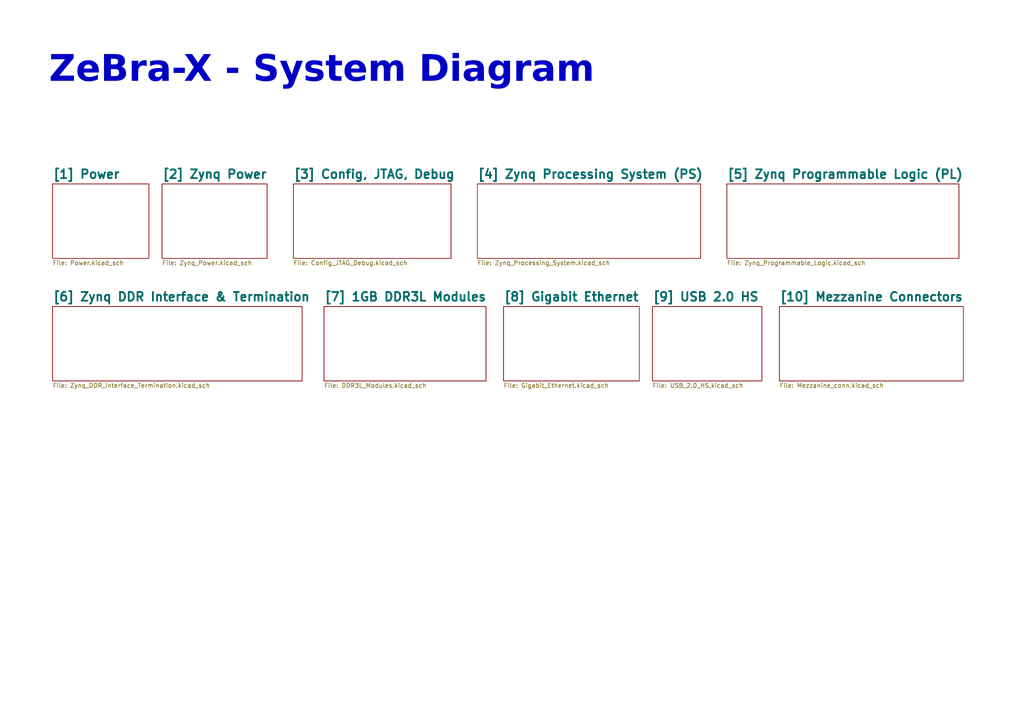
<source format=kicad_sch>
(kicad_sch
	(version 20231120)
	(generator "eeschema")
	(generator_version "8.0")
	(uuid "ec71d28a-654e-4dfb-b412-dd09b7b3e4b8")
	(paper "A4")
	(title_block
		(title "ZeBra-X: A Xilinx Zynq Demo Board")
		(date "2023-12-09")
		(rev "-")
		(company "Designed By: Dylan Gutierrez")
		(comment 1 "Based on Phil's Lab \"ZettBrett\" board")
	)
	(lib_symbols)
	(text "ZeBra-X - System Diagram"
		(exclude_from_sim no)
		(at 14.224 26.924 0)
		(effects
			(font
				(face "Century Gothic")
				(size 7.62 7.62)
				(thickness 1.016)
				(bold yes)
			)
			(justify left bottom)
		)
		(uuid "4678e64f-d20d-4a6b-8378-b8924d85bcbe")
	)
	(sheet
		(at 138.43 53.34)
		(size 64.77 21.59)
		(fields_autoplaced yes)
		(stroke
			(width 0.1524)
			(type solid)
		)
		(fill
			(color 0 0 0 0.0000)
		)
		(uuid "32323bec-ef15-4b6a-8465-a039dd36cc03")
		(property "Sheetname" "[4] Zynq Processing System (PS)"
			(at 138.43 51.9934 0)
			(effects
				(font
					(size 2.54 2.54)
					(bold yes)
				)
				(justify left bottom)
			)
		)
		(property "Sheetfile" "Zynq_Processing_System.kicad_sch"
			(at 138.43 75.5146 0)
			(effects
				(font
					(size 1.27 1.27)
				)
				(justify left top)
			)
		)
		(instances
			(project "ZeBra-X"
				(path "/ec71d28a-654e-4dfb-b412-dd09b7b3e4b8"
					(page "5")
				)
			)
		)
	)
	(sheet
		(at 93.98 88.9)
		(size 46.99 21.59)
		(fields_autoplaced yes)
		(stroke
			(width 0.1524)
			(type solid)
		)
		(fill
			(color 0 0 0 0.0000)
		)
		(uuid "34974a33-4b50-4ae1-a5d4-26f6c9f473e5")
		(property "Sheetname" "[7] 1GB DDR3L Modules"
			(at 93.98 87.5534 0)
			(effects
				(font
					(size 2.54 2.54)
					(bold yes)
				)
				(justify left bottom)
			)
		)
		(property "Sheetfile" "DDR3L_Modules.kicad_sch"
			(at 93.98 111.0746 0)
			(effects
				(font
					(size 1.27 1.27)
				)
				(justify left top)
			)
		)
		(instances
			(project "ZeBra-X"
				(path "/ec71d28a-654e-4dfb-b412-dd09b7b3e4b8"
					(page "8")
				)
			)
		)
	)
	(sheet
		(at 210.82 53.34)
		(size 67.31 21.59)
		(fields_autoplaced yes)
		(stroke
			(width 0.1524)
			(type solid)
		)
		(fill
			(color 0 0 0 0.0000)
		)
		(uuid "369d50d7-e508-4bcb-a2d0-a2c7d0c5b870")
		(property "Sheetname" "[5] Zynq Programmable Logic (PL)"
			(at 210.82 51.9934 0)
			(effects
				(font
					(size 2.54 2.54)
					(bold yes)
				)
				(justify left bottom)
			)
		)
		(property "Sheetfile" "Zynq_Programmable_Logic.kicad_sch"
			(at 210.82 75.5146 0)
			(effects
				(font
					(size 1.27 1.27)
				)
				(justify left top)
			)
		)
		(instances
			(project "ZeBra-X"
				(path "/ec71d28a-654e-4dfb-b412-dd09b7b3e4b8"
					(page "6")
				)
			)
		)
	)
	(sheet
		(at 15.24 88.9)
		(size 72.39 21.59)
		(fields_autoplaced yes)
		(stroke
			(width 0.1524)
			(type solid)
		)
		(fill
			(color 0 0 0 0.0000)
		)
		(uuid "6654cd68-a29c-475c-8e14-c9bab4900934")
		(property "Sheetname" "[6] Zynq DDR Interface & Termination"
			(at 15.24 87.5534 0)
			(effects
				(font
					(size 2.54 2.54)
					(bold yes)
				)
				(justify left bottom)
			)
		)
		(property "Sheetfile" "Zynq_DDR_Interface_Termination.kicad_sch"
			(at 15.24 111.0746 0)
			(effects
				(font
					(size 1.27 1.27)
				)
				(justify left top)
			)
		)
		(instances
			(project "ZeBra-X"
				(path "/ec71d28a-654e-4dfb-b412-dd09b7b3e4b8"
					(page "7")
				)
			)
		)
	)
	(sheet
		(at 146.05 88.9)
		(size 39.37 21.59)
		(fields_autoplaced yes)
		(stroke
			(width 0.1524)
			(type solid)
		)
		(fill
			(color 0 0 0 0.0000)
		)
		(uuid "67bd2cf2-408e-4777-bbb3-948e9afd81fd")
		(property "Sheetname" "[8] Gigabit Ethernet"
			(at 146.05 87.5534 0)
			(effects
				(font
					(size 2.54 2.54)
					(bold yes)
				)
				(justify left bottom)
			)
		)
		(property "Sheetfile" "Gigabit_Ethernet.kicad_sch"
			(at 146.05 111.0746 0)
			(effects
				(font
					(size 1.27 1.27)
				)
				(justify left top)
			)
		)
		(instances
			(project "ZeBra-X"
				(path "/ec71d28a-654e-4dfb-b412-dd09b7b3e4b8"
					(page "9")
				)
			)
		)
	)
	(sheet
		(at 46.99 53.34)
		(size 30.48 21.59)
		(fields_autoplaced yes)
		(stroke
			(width 0.1524)
			(type solid)
		)
		(fill
			(color 0 0 0 0.0000)
		)
		(uuid "7bfac455-2207-4651-9024-5f4a3b59f883")
		(property "Sheetname" "[2] Zynq Power"
			(at 46.99 51.9934 0)
			(effects
				(font
					(size 2.54 2.54)
					(bold yes)
				)
				(justify left bottom)
			)
		)
		(property "Sheetfile" "Zynq_Power.kicad_sch"
			(at 46.99 75.5146 0)
			(effects
				(font
					(size 1.27 1.27)
				)
				(justify left top)
			)
		)
		(instances
			(project "ZeBra-X"
				(path "/ec71d28a-654e-4dfb-b412-dd09b7b3e4b8"
					(page "3")
				)
			)
		)
	)
	(sheet
		(at 226.06 88.9)
		(size 53.34 21.59)
		(fields_autoplaced yes)
		(stroke
			(width 0.1524)
			(type solid)
		)
		(fill
			(color 0 0 0 0.0000)
		)
		(uuid "a61b6eaf-76fc-426a-999e-e3bd98bc872d")
		(property "Sheetname" "[10] Mezzanine Connectors"
			(at 226.06 87.5534 0)
			(effects
				(font
					(size 2.54 2.54)
					(bold yes)
				)
				(justify left bottom)
			)
		)
		(property "Sheetfile" "Mezzanine_conn.kicad_sch"
			(at 226.06 111.0746 0)
			(effects
				(font
					(size 1.27 1.27)
				)
				(justify left top)
			)
		)
		(instances
			(project "ZeBra-X"
				(path "/ec71d28a-654e-4dfb-b412-dd09b7b3e4b8"
					(page "11")
				)
			)
		)
	)
	(sheet
		(at 189.23 88.9)
		(size 31.75 21.59)
		(fields_autoplaced yes)
		(stroke
			(width 0.1524)
			(type solid)
		)
		(fill
			(color 0 0 0 0.0000)
		)
		(uuid "ad5c4d8e-318a-4fad-bc7b-b19165a10e5c")
		(property "Sheetname" "[9] USB 2.0 HS"
			(at 189.23 87.5534 0)
			(effects
				(font
					(size 2.54 2.54)
					(bold yes)
				)
				(justify left bottom)
			)
		)
		(property "Sheetfile" "USB_2.0_HS.kicad_sch"
			(at 189.23 111.0746 0)
			(effects
				(font
					(size 1.27 1.27)
				)
				(justify left top)
			)
		)
		(instances
			(project "ZeBra-X"
				(path "/ec71d28a-654e-4dfb-b412-dd09b7b3e4b8"
					(page "10")
				)
			)
		)
	)
	(sheet
		(at 85.09 53.34)
		(size 45.72 21.59)
		(fields_autoplaced yes)
		(stroke
			(width 0.1524)
			(type solid)
		)
		(fill
			(color 0 0 0 0.0000)
		)
		(uuid "b94623a7-025c-4682-97b9-752e423a938a")
		(property "Sheetname" "[3] Config, JTAG, Debug"
			(at 85.09 51.9934 0)
			(effects
				(font
					(size 2.54 2.54)
					(bold yes)
				)
				(justify left bottom)
			)
		)
		(property "Sheetfile" "Config_JTAG_Debug.kicad_sch"
			(at 85.09 75.5146 0)
			(effects
				(font
					(size 1.27 1.27)
				)
				(justify left top)
			)
		)
		(instances
			(project "ZeBra-X"
				(path "/ec71d28a-654e-4dfb-b412-dd09b7b3e4b8"
					(page "4")
				)
			)
		)
	)
	(sheet
		(at 15.24 53.34)
		(size 27.94 21.59)
		(fields_autoplaced yes)
		(stroke
			(width 0.1524)
			(type solid)
		)
		(fill
			(color 0 0 0 0.0000)
		)
		(uuid "cfab6287-ef0f-4365-a93b-cb72226100e1")
		(property "Sheetname" "[1] Power"
			(at 15.24 51.9934 0)
			(effects
				(font
					(size 2.54 2.54)
					(bold yes)
				)
				(justify left bottom)
			)
		)
		(property "Sheetfile" "Power.kicad_sch"
			(at 15.24 75.5146 0)
			(effects
				(font
					(size 1.27 1.27)
				)
				(justify left top)
			)
		)
		(instances
			(project "ZeBra-X"
				(path "/ec71d28a-654e-4dfb-b412-dd09b7b3e4b8"
					(page "2")
				)
			)
		)
	)
	(sheet_instances
		(path "/"
			(page "1")
		)
	)
)

</source>
